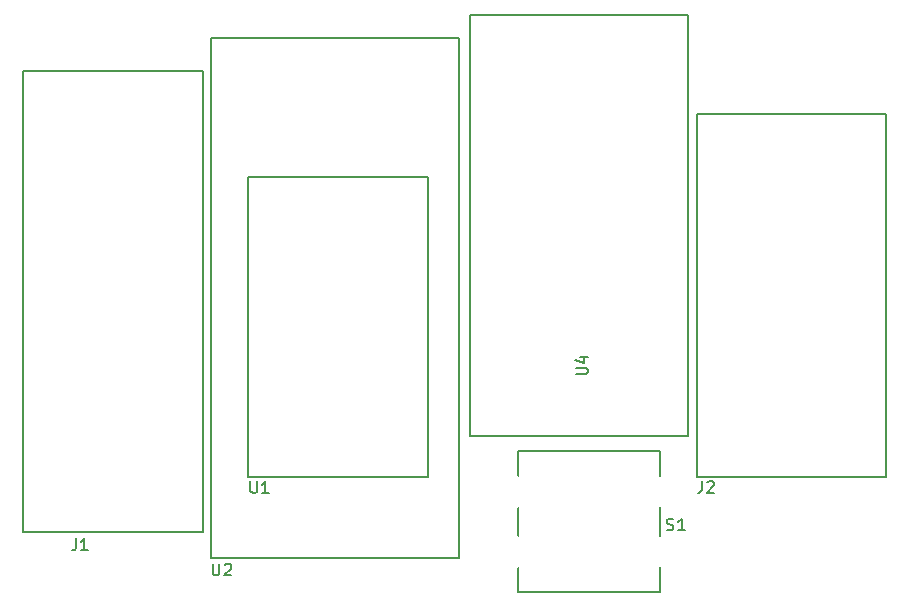
<source format=gbr>
G04 --- HEADER BEGIN --- *
%TF.GenerationSoftware,LibrePCB,LibrePCB,0.1.4*%
%TF.CreationDate,2020-06-05T20:12:50*%
%TF.ProjectId,Apple 2c VGA - default,6ee0dbe1-6aad-4263-9a0f-7c091fb3c0df,v1.4*%
%TF.Part,Single*%
%FSLAX66Y66*%
%MOMM*%
G01*
G74*
G04 --- HEADER END --- *
G04 --- APERTURE LIST BEGIN --- *
%ADD10C,0.2*%
%ADD11R,3.2X1.7*%
%ADD12O,2.2X1.7*%
%ADD13R,2.2X1.7*%
%ADD14C,1.7*%
%ADD15C,2.7*%
%ADD16R,1.7X1.7*%
G04 --- APERTURE LIST END --- *
G04 --- BOARD BEGIN --- *
D10*
X38109800Y13703200D02*
X56609800Y13703200D01*
X56609800Y49303200D01*
X38109800Y49303200D01*
X38109800Y13703200D01*
X37230000Y3375000D02*
X37230000Y47375000D01*
X16230000Y47375000D01*
X16230000Y3375000D01*
X37230000Y3375000D01*
X34607500Y10160000D02*
X19367500Y10160000D01*
X19367500Y35560000D01*
X34607500Y35560000D01*
X34607500Y10160000D01*
X73342500Y10160000D02*
X73342500Y40970000D01*
X57372500Y40970000D01*
X57372500Y10160000D01*
X73342500Y10160000D01*
X15557500Y5497500D02*
X15557500Y44597500D01*
X277500Y44597500D01*
X277500Y5497500D01*
X15557500Y5497500D01*
X54210000Y12430000D02*
X42210000Y12430000D01*
X42210000Y430000D01*
X54210000Y430000D01*
X54210000Y12430000D01*
X47088200Y18883400D02*
X47898200Y18883400D01*
X47992644Y18931178D01*
X48040422Y18978956D01*
X48088200Y19073400D01*
X48088200Y19264511D01*
X48040422Y19360067D01*
X47992644Y19406733D01*
X47898200Y19454511D01*
X47088200Y19454511D01*
X47421533Y20331178D02*
X48088200Y20331178D01*
X47040422Y20092289D02*
X47754867Y19854511D01*
X47754867Y20473400D01*
X16350000Y2857500D02*
X16350000Y2047500D01*
X16397778Y1953056D01*
X16445556Y1905278D01*
X16540000Y1857500D01*
X16731111Y1857500D01*
X16826667Y1905278D01*
X16873333Y1953056D01*
X16921111Y2047500D01*
X16921111Y2857500D01*
X17368889Y2761944D02*
X17416667Y2809722D01*
X17511111Y2857500D01*
X17750000Y2857500D01*
X17844444Y2809722D01*
X17892222Y2761944D01*
X17940000Y2667500D01*
X17940000Y2571944D01*
X17892222Y2428611D01*
X17321111Y1857500D01*
X17940000Y1857500D01*
X19548889Y9842500D02*
X19548889Y9032500D01*
X19596667Y8938056D01*
X19644445Y8890278D01*
X19738889Y8842500D01*
X19930000Y8842500D01*
X20025556Y8890278D01*
X20072222Y8938056D01*
X20120000Y9032500D01*
X20120000Y9842500D01*
X21091111Y8842500D02*
X20520000Y8842500D01*
X20805556Y8842500D02*
X20805556Y9842500D01*
X20710000Y9699167D01*
X20615556Y9604722D01*
X20520000Y9556944D01*
X57783611Y9842500D02*
X57783611Y9128056D01*
X57735833Y8985833D01*
X57640278Y8890278D01*
X57498056Y8842500D01*
X57402500Y8842500D01*
X58231389Y9746944D02*
X58279167Y9794722D01*
X58373611Y9842500D01*
X58612500Y9842500D01*
X58706944Y9794722D01*
X58754722Y9746944D01*
X58802500Y9652500D01*
X58802500Y9556944D01*
X58754722Y9413611D01*
X58183611Y8842500D01*
X58802500Y8842500D01*
X4799052Y4998194D02*
X4799052Y4283750D01*
X4751274Y4141527D01*
X4655719Y4045972D01*
X4513497Y3998194D01*
X4417941Y3998194D01*
X5770163Y3998194D02*
X5199052Y3998194D01*
X5484608Y3998194D02*
X5484608Y4998194D01*
X5389052Y4854861D01*
X5294608Y4760416D01*
X5199052Y4712638D01*
X54791389Y5715278D02*
X54934722Y5667500D01*
X55172500Y5667500D01*
X55268056Y5715278D01*
X55314722Y5763056D01*
X55362500Y5857500D01*
X55362500Y5953056D01*
X55314722Y6048611D01*
X55268056Y6096389D01*
X55172500Y6144167D01*
X54981389Y6190833D01*
X54886945Y6238611D01*
X54839167Y6286389D01*
X54791389Y6381944D01*
X54791389Y6477500D01*
X54839167Y6571944D01*
X54886945Y6619722D01*
X54981389Y6667500D01*
X55220278Y6667500D01*
X55362500Y6619722D01*
X56333611Y5667500D02*
X55762500Y5667500D01*
X56048056Y5667500D02*
X56048056Y6667500D01*
X55952500Y6524167D01*
X55858056Y6429722D01*
X55762500Y6381944D01*
%LPC*%
D11*
X50950600Y26617600D03*
X44797000Y24077600D03*
D12*
X55245000Y35560000D03*
X40005000Y43180000D03*
D13*
X40005000Y48260000D03*
D12*
X40005000Y27940000D03*
D11*
X50950600Y44397600D03*
X44797000Y31697600D03*
X50950600Y31697600D03*
X44797000Y44397600D03*
D12*
X40005000Y30480000D03*
X55245000Y22860000D03*
X55245000Y30480000D03*
D11*
X44797000Y21537600D03*
D14*
X50950600Y36777600D03*
D12*
X40005000Y40640000D03*
D14*
X42257000Y18997600D03*
D11*
X44797000Y16457600D03*
D12*
X55245000Y38100000D03*
D11*
X50950600Y41857600D03*
X44797000Y26617600D03*
D12*
X40005000Y20320000D03*
X55245000Y20320000D03*
D11*
X50950600Y21537600D03*
D12*
X40005000Y38100000D03*
D11*
X50950600Y34237600D03*
D12*
X40005000Y25400000D03*
X40005000Y22860000D03*
D11*
X50950600Y18997600D03*
D12*
X55245000Y40640000D03*
X40005000Y33020000D03*
D11*
X44797000Y41857600D03*
D12*
X55245000Y43180000D03*
X55245000Y15240000D03*
D11*
X44797000Y46937600D03*
D14*
X42257000Y21537600D03*
D11*
X44797000Y29157600D03*
D12*
X55245000Y33020000D03*
X40005000Y45720000D03*
X40005000Y17780000D03*
D11*
X50950600Y29157600D03*
X44797000Y34237600D03*
X50950600Y24077600D03*
X44797000Y18997600D03*
D12*
X55245000Y48260000D03*
X55245000Y27940000D03*
D11*
X50950600Y16457600D03*
D12*
X55245000Y25400000D03*
X55245000Y45720000D03*
X40005000Y35560000D03*
D11*
X50950600Y46937600D03*
D12*
X40005000Y15240000D03*
X55245000Y17780000D03*
D15*
X17780000Y45720000D03*
X35560000Y45720000D03*
X35560000Y5080000D03*
X17780000Y5080000D03*
D12*
X20637500Y11430000D03*
X33337500Y19050000D03*
X20637500Y34290000D03*
X33337500Y31750000D03*
X33337500Y24130000D03*
X20637500Y31750000D03*
X20637500Y24130000D03*
X33337500Y34290000D03*
X33337500Y29210000D03*
X20637500Y29210000D03*
X33337500Y26670000D03*
X33337500Y13970000D03*
X20637500Y16510000D03*
X33337500Y11430000D03*
X20637500Y21590000D03*
X20637500Y19050000D03*
X20637500Y26670000D03*
X20637500Y13970000D03*
X33337500Y21590000D03*
X33337500Y16510000D03*
D14*
X64452500Y30145000D03*
X64452500Y27855000D03*
X64452500Y20985000D03*
X61912500Y26710000D03*
X64452500Y23275000D03*
D16*
X59372500Y30145000D03*
D14*
X59372500Y23275000D03*
X59372500Y25565000D03*
X59372500Y20985000D03*
X61912500Y22130000D03*
X61912500Y24420000D03*
X61912500Y29000000D03*
X61912500Y31290000D03*
X59372500Y27855000D03*
X64452500Y25565000D03*
D13*
X13017500Y34737500D03*
D12*
X13017500Y18297500D03*
X10477500Y16927500D03*
X13017500Y23777500D03*
X10477500Y22407500D03*
X13017500Y26517500D03*
X13017500Y15557500D03*
X10477500Y33367500D03*
X10477500Y27887500D03*
X13017500Y31997500D03*
X10477500Y19667500D03*
X10477500Y25147500D03*
X13017500Y21037500D03*
X13017500Y29257500D03*
X10477500Y30627500D03*
D15*
X41910000Y8890000D03*
X54610000Y3810000D03*
X41910000Y3810000D03*
X54610000Y8890000D03*
G04 --- BOARD END --- *
%TF.MD5,71ac436e11f38cc01ce15897c7660382*%
M02*

</source>
